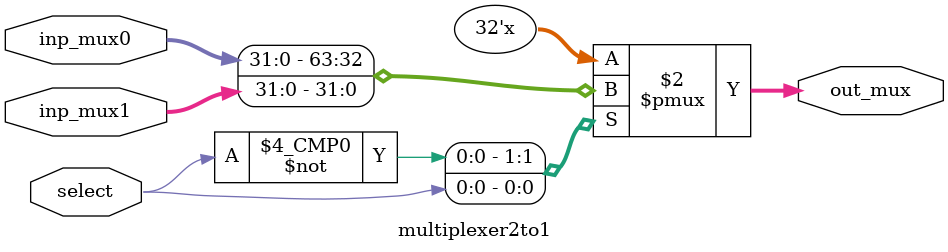
<source format=v>
module multiplexer2to1 #(parameter W = 32)
  (
	input [W-1:0] inp_mux0, 
	input [W-1:0] inp_mux1, 
	input [0:0] select, 
	output reg [W-1:0] out_mux
  );
	
	always @(*) 
	begin
		case (select)
			1'b0: out_mux = inp_mux0;
			1'b1: out_mux = inp_mux1;
		endcase
	end
	
endmodule

</source>
